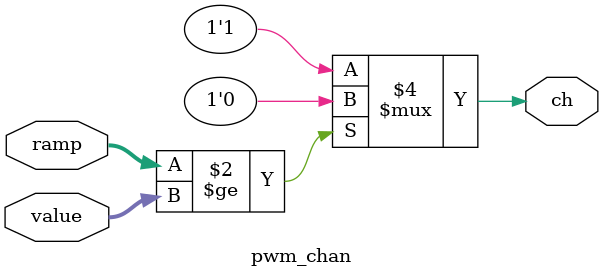
<source format=v>

module pwm_chan (input [7:0] value, input [7:0] ramp, output reg ch);
    always @(*)
    begin
/*
                if (value == 8'b00000000)
            ch <= 0; // Edge case: 0% PWM
        else if (value == 8'b11111111)
            ch <= 1; // Edge case: 100% PWM
        else
            */
        begin
            if (ramp >= value)
                ch <= 0;
            else
                ch <= 1;
            
        end
    end
endmodule

</source>
